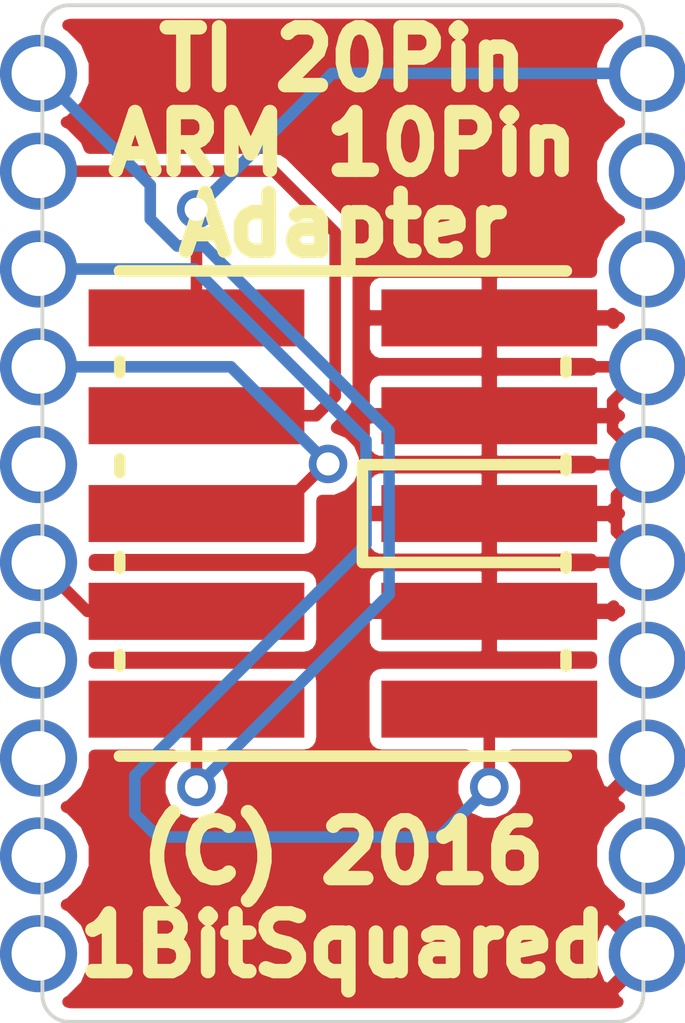
<source format=kicad_pcb>
(kicad_pcb (version 4) (host pcbnew 4.0.2+e4-6225~38~ubuntu14.04.1-stable)

  (general
    (links 14)
    (no_connects 2)
    (area 144.941667 91.425 155.058334 108.425)
    (thickness 1.6)
    (drawings 12)
    (tracks 57)
    (zones 0)
    (modules 2)
    (nets 17)
  )

  (page A4)
  (layers
    (0 F.Cu signal)
    (31 B.Cu signal)
    (32 B.Adhes user)
    (33 F.Adhes user)
    (34 B.Paste user)
    (35 F.Paste user)
    (36 B.SilkS user)
    (37 F.SilkS user)
    (38 B.Mask user)
    (39 F.Mask user)
    (40 Dwgs.User user)
    (41 Cmts.User user)
    (42 Eco1.User user)
    (43 Eco2.User user)
    (44 Edge.Cuts user)
    (45 Margin user)
    (46 B.CrtYd user)
    (47 F.CrtYd user)
    (48 B.Fab user)
    (49 F.Fab user)
  )

  (setup
    (last_trace_width 0.15)
    (trace_clearance 0.15)
    (zone_clearance 0.15)
    (zone_45_only no)
    (trace_min 0.15)
    (segment_width 0.05)
    (edge_width 0.05)
    (via_size 0.5)
    (via_drill 0.3)
    (via_min_size 0.5)
    (via_min_drill 0.3)
    (uvia_size 0.3)
    (uvia_drill 0.1)
    (uvias_allowed no)
    (uvia_min_size 0.2)
    (uvia_min_drill 0.1)
    (pcb_text_width 0.3)
    (pcb_text_size 1.5 1.5)
    (mod_edge_width 0.15)
    (mod_text_size 1 1)
    (mod_text_width 0.15)
    (pad_size 1.524 1.524)
    (pad_drill 0.762)
    (pad_to_mask_clearance 0.05)
    (aux_axis_origin 0 0)
    (visible_elements FFFFFF7F)
    (pcbplotparams
      (layerselection 0x00030_80000001)
      (usegerberextensions false)
      (excludeedgelayer true)
      (linewidth 0.100000)
      (plotframeref false)
      (viasonmask false)
      (mode 1)
      (useauxorigin false)
      (hpglpennumber 1)
      (hpglpenspeed 20)
      (hpglpendiameter 15)
      (hpglpenoverlay 2)
      (psnegative false)
      (psa4output false)
      (plotreference true)
      (plotvalue true)
      (plotinvisibletext false)
      (padsonsilk false)
      (subtractmaskfromsilk false)
      (outputformat 1)
      (mirror false)
      (drillshape 1)
      (scaleselection 1)
      (outputdirectory ""))
  )

  (net 0 "")
  (net 1 /TMS)
  (net 2 /TDI)
  (net 3 /VREF)
  (net 4 /TDO)
  (net 5 GND)
  (net 6 /TCK)
  (net 7 /~RST)
  (net 8 /~TRST)
  (net 9 /EMU1)
  (net 10 /EMU3)
  (net 11 /TDIS/GND)
  (net 12 /KEY)
  (net 13 /RTCK)
  (net 14 /EMU0)
  (net 15 /EMU2)
  (net 16 /EMU4)

  (net_class Default "This is the default net class."
    (clearance 0.15)
    (trace_width 0.15)
    (via_dia 0.5)
    (via_drill 0.3)
    (uvia_dia 0.3)
    (uvia_drill 0.1)
    (add_net /EMU0)
    (add_net /EMU1)
    (add_net /EMU2)
    (add_net /EMU3)
    (add_net /EMU4)
    (add_net /KEY)
    (add_net /RTCK)
    (add_net /TCK)
    (add_net /TDI)
    (add_net /TDIS/GND)
    (add_net /TDO)
    (add_net /TMS)
    (add_net /VREF)
    (add_net /~RST)
    (add_net /~TRST)
    (add_net GND)
  )

  (module pkl_misc:ti_20pin_50mil_jtag_smd (layer F.Cu) (tedit 5785EE9C) (tstamp 5785EA96)
    (at 150 100)
    (path /57858C7E)
    (fp_text reference P1 (at 0 7.5) (layer F.Fab) hide
      (effects (font (size 1 1) (thickness 0.15)))
    )
    (fp_text value CONN_02X10 (at 0 -7.5) (layer F.Fab) hide
      (effects (font (size 1 1) (thickness 0.15)))
    )
    (fp_line (start -3.95 6.35) (end -3.95 -6.35) (layer F.Fab) (width 0.1))
    (fp_line (start 3.95 -6.35) (end 3.95 6.35) (layer F.Fab) (width 0.1))
    (fp_line (start 4.05 6.35) (end -4.05 6.35) (layer F.Fab) (width 0.2))
    (fp_line (start -4.05 -6.35) (end 4.05 -6.35) (layer F.Fab) (width 0.2))
    (fp_line (start 4.05 6.35) (end 4.05 -6.35) (layer F.Fab) (width 0.2))
    (fp_line (start -4.05 -6.35) (end -4.05 6.35) (layer F.Fab) (width 0.2))
    (fp_line (start -1.25 6.35) (end -1.25 -6.35) (layer F.Fab) (width 0.2))
    (fp_line (start 1.25 -6.35) (end 1.25 6.35) (layer F.Fab) (width 0.2))
    (pad 1 thru_hole circle (at -3.95 -5.715) (size 1 1) (drill 0.7) (layers *.Cu *.Mask)
      (net 1 /TMS))
    (pad 2 thru_hole circle (at 3.95 -5.715) (size 1 1) (drill 0.7) (layers *.Cu *.Mask)
      (net 8 /~TRST))
    (pad 3 thru_hole circle (at -3.95 -4.445) (size 1 1) (drill 0.7) (layers *.Cu *.Mask)
      (net 2 /TDI))
    (pad 4 thru_hole circle (at 3.95 -4.445) (size 1 1) (drill 0.7) (layers *.Cu *.Mask)
      (net 11 /TDIS/GND))
    (pad 5 thru_hole circle (at -3.95 -3.175) (size 1 1) (drill 0.7) (layers *.Cu *.Mask)
      (net 3 /VREF))
    (pad 6 thru_hole circle (at 3.95 -3.175) (size 1 1) (drill 0.7) (layers *.Cu *.Mask)
      (net 12 /KEY))
    (pad 7 thru_hole circle (at -3.95 -1.905) (size 1 1) (drill 0.7) (layers *.Cu *.Mask)
      (net 4 /TDO))
    (pad 8 thru_hole circle (at 3.95 -1.905) (size 1 1) (drill 0.7) (layers *.Cu *.Mask)
      (net 5 GND))
    (pad 9 thru_hole circle (at -3.95 -0.635) (size 1 1) (drill 0.7) (layers *.Cu *.Mask)
      (net 13 /RTCK))
    (pad 10 thru_hole circle (at 3.95 -0.635) (size 1 1) (drill 0.7) (layers *.Cu *.Mask)
      (net 5 GND))
    (pad 11 thru_hole circle (at -3.95 0.635) (size 1 1) (drill 0.7) (layers *.Cu *.Mask)
      (net 6 /TCK))
    (pad 12 thru_hole circle (at 3.95 0.635) (size 1 1) (drill 0.7) (layers *.Cu *.Mask)
      (net 5 GND))
    (pad 13 thru_hole circle (at -3.95 1.905) (size 1 1) (drill 0.7) (layers *.Cu *.Mask)
      (net 14 /EMU0))
    (pad 14 thru_hole circle (at 3.95 1.905) (size 1 1) (drill 0.7) (layers *.Cu *.Mask)
      (net 9 /EMU1))
    (pad 15 thru_hole circle (at -3.95 3.175) (size 1 1) (drill 0.7) (layers *.Cu *.Mask)
      (net 7 /~RST))
    (pad 16 thru_hole circle (at 3.95 3.175) (size 1 1) (drill 0.7) (layers *.Cu *.Mask)
      (net 5 GND))
    (pad 17 thru_hole circle (at -3.95 4.445) (size 1 1) (drill 0.7) (layers *.Cu *.Mask)
      (net 15 /EMU2))
    (pad 18 thru_hole circle (at 3.95 4.445) (size 1 1) (drill 0.7) (layers *.Cu *.Mask)
      (net 10 /EMU3))
    (pad 19 thru_hole circle (at -3.95 5.715) (size 1 1) (drill 0.7) (layers *.Cu *.Mask)
      (net 16 /EMU4))
    (pad 20 thru_hole circle (at 3.95 5.715) (size 1 1) (drill 0.7) (layers *.Cu *.Mask)
      (net 5 GND))
  )

  (module pkl_samtec:FTSH-105-XX-X-DV (layer F.Cu) (tedit 5785EE99) (tstamp 5785EAB5)
    (at 150 100 270)
    (path /5785F757)
    (fp_text reference X1 (at -4.1 0 360) (layer F.Fab) hide
      (effects (font (size 1 1) (thickness 0.15)))
    )
    (fp_text value JTAG-10 (at 4.2 0 360) (layer F.Fab) hide
      (effects (font (size 1 1) (thickness 0.15)))
    )
    (fp_line (start -3.3 -3.05) (end 3.3 -3.05) (layer F.CrtYd) (width 0.05))
    (fp_line (start -3.3 3.05) (end -3.3 -3.05) (layer F.CrtYd) (width 0.05))
    (fp_line (start 3.3 3.05) (end -3.3 3.05) (layer F.CrtYd) (width 0.05))
    (fp_line (start 3.3 -3.05) (end 3.3 3.05) (layer F.CrtYd) (width 0.05))
    (fp_line (start -0.635 -0.254) (end -0.635 -2.794) (layer F.SilkS) (width 0.15))
    (fp_line (start 0.635 -0.254) (end -0.635 -0.254) (layer F.SilkS) (width 0.15))
    (fp_line (start 0.635 -2.794) (end 0.635 -0.254) (layer F.SilkS) (width 0.15))
    (fp_line (start 1.8288 2.8956) (end 1.9812 2.8956) (layer F.SilkS) (width 0.15))
    (fp_line (start 0.5588 2.8956) (end 0.7112 2.8956) (layer F.SilkS) (width 0.15))
    (fp_line (start -0.7112 2.8956) (end -0.5334 2.8956) (layer F.SilkS) (width 0.15))
    (fp_line (start -1.9812 2.8956) (end -1.8288 2.8956) (layer F.SilkS) (width 0.15))
    (fp_line (start -1.8288 -2.8956) (end -1.9812 -2.8956) (layer F.SilkS) (width 0.15))
    (fp_line (start -0.5588 -2.8956) (end -0.7112 -2.8956) (layer F.SilkS) (width 0.15))
    (fp_line (start 0.7112 -2.8956) (end 0.5588 -2.8956) (layer F.SilkS) (width 0.15))
    (fp_line (start 1.9812 -2.8956) (end 1.8288 -2.8956) (layer F.SilkS) (width 0.15))
    (fp_line (start 3.15 2.9) (end 3.15 -2.9) (layer F.SilkS) (width 0.15))
    (fp_line (start -3.15 2.9) (end -3.15 -2.9) (layer F.SilkS) (width 0.15))
    (pad 1 smd rect (at 2.54 -1.9 90) (size 0.74 2.8) (layers F.Cu F.Paste F.Mask)
      (net 3 /VREF))
    (pad 2 smd rect (at 2.54 1.9 90) (size 0.74 2.8) (layers F.Cu F.Paste F.Mask)
      (net 1 /TMS))
    (pad 3 smd rect (at 1.27 -1.9 90) (size 0.74 2.8) (layers F.Cu F.Paste F.Mask)
      (net 5 GND))
    (pad 4 smd rect (at 1.27 1.9 90) (size 0.74 2.8) (layers F.Cu F.Paste F.Mask)
      (net 6 /TCK))
    (pad 5 smd rect (at 0 -1.9 90) (size 0.74 2.8) (layers F.Cu F.Paste F.Mask)
      (net 5 GND))
    (pad 6 smd rect (at 0 1.9 90) (size 0.74 2.8) (layers F.Cu F.Paste F.Mask)
      (net 4 /TDO))
    (pad 7 smd rect (at -1.27 -1.9 90) (size 0.74 2.8) (layers F.Cu F.Paste F.Mask)
      (net 5 GND))
    (pad 8 smd rect (at -1.27 1.9 90) (size 0.74 2.8) (layers F.Cu F.Paste F.Mask)
      (net 2 /TDI))
    (pad 9 smd rect (at -2.54 -1.9 90) (size 0.74 2.8) (layers F.Cu F.Paste F.Mask)
      (net 5 GND))
    (pad 10 smd rect (at -2.54 1.9 90) (size 0.74 2.8) (layers F.Cu F.Paste F.Mask)
      (net 8 /~TRST))
    (model walter/conn_ftsh/FTSH-105-01-L-DV.wrl
      (at (xyz 0 0 0))
      (scale (xyz 1 1 1))
      (rotate (xyz 0 0 0))
    )
  )

  (gr_text "(C) 2016\n1BitSquared" (at 150 105) (layer F.SilkS) (tstamp 5785FE3B)
    (effects (font (size 0.75 0.75) (thickness 0.1875)))
  )
  (gr_text Adapter (at 150 96.25) (layer F.SilkS) (tstamp 5785FE36)
    (effects (font (size 0.75 0.75) (thickness 0.1875)))
  )
  (gr_text "ARM 10Pin" (at 150 95.2) (layer F.SilkS) (tstamp 5785FE33)
    (effects (font (size 0.75 0.75) (thickness 0.1875)))
  )
  (gr_text "TI 20Pin" (at 150 94.1) (layer F.SilkS)
    (effects (font (size 0.75 0.75) (thickness 0.1875)))
  )
  (gr_line (start 146.45 106.6) (end 153.55 106.6) (layer Edge.Cuts) (width 0.05))
  (gr_line (start 146.45 93.4) (end 153.55 93.4) (layer Edge.Cuts) (width 0.05))
  (gr_arc (start 153.55 93.75) (end 153.55 93.4) (angle 90) (layer Edge.Cuts) (width 0.05))
  (gr_arc (start 146.45 93.75) (end 146.1 93.75) (angle 90) (layer Edge.Cuts) (width 0.05))
  (gr_arc (start 153.55 106.25) (end 153.9 106.25) (angle 90) (layer Edge.Cuts) (width 0.05))
  (gr_line (start 153.9 106.25) (end 153.9 93.75) (layer Edge.Cuts) (width 0.05))
  (gr_arc (start 146.45 106.25) (end 146.45 106.6) (angle 90) (layer Edge.Cuts) (width 0.05))
  (gr_line (start 146.1 93.75) (end 146.1 106.25) (layer Edge.Cuts) (width 0.05))

  (segment (start 146.549999 94.784999) (end 146.05 94.285) (width 0.15) (layer B.Cu) (net 1))
  (segment (start 150.600011 98.925732) (end 148.199268 96.524989) (width 0.15) (layer B.Cu) (net 1))
  (segment (start 148.1 103.55) (end 150.600011 101.049989) (width 0.15) (layer B.Cu) (net 1))
  (segment (start 150.600011 101.049989) (end 150.600011 98.925732) (width 0.15) (layer B.Cu) (net 1))
  (segment (start 147.5 96.175722) (end 147.5 95.735) (width 0.15) (layer B.Cu) (net 1))
  (segment (start 148.199268 96.524989) (end 147.849267 96.524989) (width 0.15) (layer B.Cu) (net 1))
  (segment (start 147.5 95.735) (end 146.549999 94.784999) (width 0.15) (layer B.Cu) (net 1))
  (segment (start 147.849267 96.524989) (end 147.5 96.175722) (width 0.15) (layer B.Cu) (net 1))
  (segment (start 148.1 102.54) (end 148.1 103.55) (width 0.15) (layer F.Cu) (net 1))
  (via (at 148.1 103.55) (size 0.5) (drill 0.3) (layers F.Cu B.Cu) (net 1))
  (segment (start 148.1 98.73) (end 149.65 98.73) (width 0.15) (layer F.Cu) (net 2))
  (segment (start 149.65 98.73) (end 149.9 98.48) (width 0.15) (layer F.Cu) (net 2))
  (segment (start 149.9 98.48) (end 149.9 96.35) (width 0.15) (layer F.Cu) (net 2))
  (segment (start 149.9 96.35) (end 149.105 95.555) (width 0.15) (layer F.Cu) (net 2))
  (segment (start 149.105 95.555) (end 146.757106 95.555) (width 0.15) (layer F.Cu) (net 2))
  (segment (start 146.757106 95.555) (end 146.05 95.555) (width 0.15) (layer F.Cu) (net 2))
  (segment (start 151.9 103.55) (end 151.25 104.2) (width 0.15) (layer B.Cu) (net 3))
  (segment (start 151.25 104.2) (end 147.6 104.2) (width 0.15) (layer B.Cu) (net 3))
  (segment (start 147.6 104.2) (end 147.3 103.9) (width 0.15) (layer B.Cu) (net 3))
  (segment (start 150.3 99.05) (end 148.075 96.825) (width 0.15) (layer B.Cu) (net 3))
  (segment (start 147.3 103.9) (end 147.3 103.4) (width 0.15) (layer B.Cu) (net 3))
  (segment (start 147.3 103.4) (end 150.3 100.4) (width 0.15) (layer B.Cu) (net 3))
  (segment (start 150.3 100.4) (end 150.3 99.05) (width 0.15) (layer B.Cu) (net 3))
  (segment (start 148.075 96.825) (end 146.05 96.825) (width 0.15) (layer B.Cu) (net 3))
  (segment (start 151.9 102.54) (end 151.9 103.55) (width 0.15) (layer F.Cu) (net 3))
  (via (at 151.9 103.55) (size 0.5) (drill 0.3) (layers F.Cu B.Cu) (net 3))
  (segment (start 149.557302 99.106085) (end 149.807301 99.356084) (width 0.15) (layer B.Cu) (net 4))
  (segment (start 148.546217 98.095) (end 149.557302 99.106085) (width 0.15) (layer B.Cu) (net 4))
  (segment (start 146.05 98.095) (end 148.546217 98.095) (width 0.15) (layer B.Cu) (net 4))
  (segment (start 149.773916 99.356084) (end 149.807301 99.356084) (width 0.15) (layer F.Cu) (net 4))
  (segment (start 149.13 100) (end 149.773916 99.356084) (width 0.15) (layer F.Cu) (net 4))
  (segment (start 148.1 100) (end 149.13 100) (width 0.15) (layer F.Cu) (net 4))
  (via (at 149.807301 99.356084) (size 0.5) (drill 0.3) (layers F.Cu B.Cu) (net 4))
  (segment (start 153.95 98.095) (end 153.5 98.545) (width 0.15) (layer F.Cu) (net 5))
  (segment (start 153.5 98.545) (end 153.5 98.915) (width 0.15) (layer F.Cu) (net 5))
  (segment (start 153.5 98.915) (end 153.95 99.365) (width 0.15) (layer F.Cu) (net 5))
  (segment (start 153.95 99.365) (end 153.55 99.765) (width 0.15) (layer F.Cu) (net 5))
  (segment (start 153.55 99.765) (end 153.55 100.235) (width 0.15) (layer F.Cu) (net 5))
  (segment (start 153.55 100.235) (end 153.95 100.635) (width 0.15) (layer F.Cu) (net 5))
  (segment (start 153.95 100.635) (end 152.015 100.635) (width 0.15) (layer F.Cu) (net 5))
  (segment (start 152.015 100.635) (end 151.9 100.52) (width 0.15) (layer F.Cu) (net 5))
  (segment (start 151.9 100.52) (end 151.9 100) (width 0.15) (layer F.Cu) (net 5))
  (segment (start 153.95 99.365) (end 152.015 99.365) (width 0.15) (layer F.Cu) (net 5))
  (segment (start 152.015 99.365) (end 151.9 99.25) (width 0.15) (layer F.Cu) (net 5))
  (segment (start 151.9 99.25) (end 151.9 98.73) (width 0.15) (layer F.Cu) (net 5))
  (segment (start 153.95 98.095) (end 152.015 98.095) (width 0.15) (layer F.Cu) (net 5))
  (segment (start 152.015 98.095) (end 151.9 97.98) (width 0.15) (layer F.Cu) (net 5))
  (segment (start 151.9 97.98) (end 151.9 97.46) (width 0.15) (layer F.Cu) (net 5))
  (segment (start 148.1 101.27) (end 146.685 101.27) (width 0.15) (layer F.Cu) (net 6))
  (segment (start 146.685 101.27) (end 146.549999 101.134999) (width 0.15) (layer F.Cu) (net 6))
  (segment (start 146.549999 101.134999) (end 146.05 100.635) (width 0.15) (layer F.Cu) (net 6))
  (segment (start 148.345656 95.79997) (end 148.095657 96.049969) (width 0.15) (layer B.Cu) (net 8))
  (segment (start 153.95 94.285) (end 149.860626 94.285) (width 0.15) (layer B.Cu) (net 8))
  (segment (start 148.1 96.054312) (end 148.095657 96.049969) (width 0.15) (layer F.Cu) (net 8))
  (via (at 148.095657 96.049969) (size 0.5) (drill 0.3) (layers F.Cu B.Cu) (net 8))
  (segment (start 149.860626 94.285) (end 148.345656 95.79997) (width 0.15) (layer B.Cu) (net 8))
  (segment (start 148.1 97.46) (end 148.1 96.054312) (width 0.15) (layer F.Cu) (net 8))

  (zone (net 5) (net_name GND) (layer F.Cu) (tstamp 0) (hatch edge 0.508)
    (connect_pads (clearance 0.15))
    (min_thickness 0.15)
    (fill yes (arc_segments 16) (thermal_gap 0.15) (thermal_bridge_width 0.2))
    (polygon
      (pts
        (xy 146.1 93.4) (xy 153.9 93.4) (xy 153.9 106.6) (xy 146.1 106.6)
      )
    )
    (filled_polygon
      (pts
        (xy 153.567853 93.658448) (xy 153.539857 93.670016) (xy 153.335733 93.873784) (xy 153.225126 94.140156) (xy 153.224874 94.428579)
        (xy 153.335016 94.695143) (xy 153.538784 94.899267) (xy 153.588508 94.919914) (xy 153.539857 94.940016) (xy 153.335733 95.143784)
        (xy 153.225126 95.410156) (xy 153.224874 95.698579) (xy 153.335016 95.965143) (xy 153.538784 96.169267) (xy 153.588508 96.189914)
        (xy 153.539857 96.210016) (xy 153.335733 96.413784) (xy 153.225126 96.680156) (xy 153.224964 96.865) (xy 151.98125 96.865)
        (xy 151.925 96.92125) (xy 151.925 97.435) (xy 153.46875 97.435) (xy 153.501666 97.402084) (xy 153.538784 97.439267)
        (xy 153.587949 97.459682) (xy 153.542673 97.478148) (xy 153.53598 97.482619) (xy 153.514243 97.530493) (xy 153.46875 97.485)
        (xy 151.925 97.485) (xy 151.925 97.99875) (xy 151.98125 98.055) (xy 153.225207 98.055) (xy 153.224771 98.135)
        (xy 151.98125 98.135) (xy 151.925 98.19125) (xy 151.925 98.705) (xy 153.46875 98.705) (xy 153.514243 98.659507)
        (xy 153.53598 98.707381) (xy 153.588483 98.729464) (xy 153.542673 98.748148) (xy 153.53598 98.752619) (xy 153.514243 98.800493)
        (xy 153.46875 98.755) (xy 151.925 98.755) (xy 151.925 99.26875) (xy 151.98125 99.325) (xy 153.225207 99.325)
        (xy 153.224771 99.405) (xy 151.98125 99.405) (xy 151.925 99.46125) (xy 151.925 99.975) (xy 153.46875 99.975)
        (xy 153.514243 99.929507) (xy 153.53598 99.977381) (xy 153.588483 99.999464) (xy 153.542673 100.018148) (xy 153.53598 100.022619)
        (xy 153.514243 100.070493) (xy 153.46875 100.025) (xy 151.925 100.025) (xy 151.925 100.53875) (xy 151.98125 100.595)
        (xy 153.225207 100.595) (xy 153.224771 100.675) (xy 151.98125 100.675) (xy 151.925 100.73125) (xy 151.925 101.245)
        (xy 153.46875 101.245) (xy 153.514243 101.199507) (xy 153.53598 101.247381) (xy 153.589035 101.269696) (xy 153.539857 101.290016)
        (xy 153.501778 101.328028) (xy 153.46875 101.295) (xy 151.925 101.295) (xy 151.925 101.80875) (xy 151.98125 101.865)
        (xy 153.225034 101.865) (xy 153.224968 101.940592) (xy 150.5 101.940592) (xy 150.41662 101.956281) (xy 150.34004 102.005559)
        (xy 150.288666 102.080747) (xy 150.270592 102.17) (xy 150.270592 102.91) (xy 150.286281 102.99338) (xy 150.335559 103.06996)
        (xy 150.410747 103.121334) (xy 150.5 103.139408) (xy 151.6 103.139408) (xy 151.6 103.178311) (xy 151.497549 103.280583)
        (xy 151.425082 103.455102) (xy 151.424918 103.644069) (xy 151.49708 103.818714) (xy 151.630583 103.952451) (xy 151.805102 104.024918)
        (xy 151.994069 104.025082) (xy 152.168714 103.95292) (xy 152.302451 103.819417) (xy 152.374918 103.644898) (xy 152.375082 103.455931)
        (xy 152.30292 103.281286) (xy 152.2 103.178186) (xy 152.2 103.139408) (xy 153.225183 103.139408) (xy 153.224226 103.315263)
        (xy 153.333148 103.582327) (xy 153.337619 103.58902) (xy 153.449725 103.63992) (xy 153.65 103.439645) (xy 153.65 103.510355)
        (xy 153.48508 103.675275) (xy 153.53598 103.787381) (xy 153.589035 103.809696) (xy 153.539857 103.830016) (xy 153.335733 104.033784)
        (xy 153.225126 104.300156) (xy 153.224874 104.588579) (xy 153.335016 104.855143) (xy 153.538784 105.059267) (xy 153.587949 105.079682)
        (xy 153.542673 105.098148) (xy 153.53598 105.102619) (xy 153.48508 105.214725) (xy 153.65 105.379645) (xy 153.65 105.450355)
        (xy 153.449725 105.25008) (xy 153.337619 105.30098) (xy 153.225795 105.566844) (xy 153.224226 105.855263) (xy 153.333148 106.122327)
        (xy 153.337619 106.12902) (xy 153.449725 106.17992) (xy 153.65 105.979645) (xy 153.65 106.050355) (xy 153.48508 106.215275)
        (xy 153.53598 106.327381) (xy 153.569087 106.341306) (xy 153.525379 106.35) (xy 146.474621 106.35) (xy 146.432147 106.341552)
        (xy 146.460143 106.329984) (xy 146.664267 106.126216) (xy 146.774874 105.859844) (xy 146.775126 105.571421) (xy 146.664984 105.304857)
        (xy 146.461216 105.100733) (xy 146.411492 105.080086) (xy 146.460143 105.059984) (xy 146.664267 104.856216) (xy 146.774874 104.589844)
        (xy 146.775126 104.301421) (xy 146.664984 104.034857) (xy 146.461216 103.830733) (xy 146.411492 103.810086) (xy 146.460143 103.789984)
        (xy 146.664267 103.586216) (xy 146.774874 103.319844) (xy 146.775032 103.139408) (xy 147.8 103.139408) (xy 147.8 103.178311)
        (xy 147.697549 103.280583) (xy 147.625082 103.455102) (xy 147.624918 103.644069) (xy 147.69708 103.818714) (xy 147.830583 103.952451)
        (xy 148.005102 104.024918) (xy 148.194069 104.025082) (xy 148.368714 103.95292) (xy 148.502451 103.819417) (xy 148.574918 103.644898)
        (xy 148.575082 103.455931) (xy 148.50292 103.281286) (xy 148.4 103.178186) (xy 148.4 103.139408) (xy 149.5 103.139408)
        (xy 149.58338 103.123719) (xy 149.65996 103.074441) (xy 149.711334 102.999253) (xy 149.729408 102.91) (xy 149.729408 102.17)
        (xy 149.713719 102.08662) (xy 149.664441 102.01004) (xy 149.589253 101.958666) (xy 149.5 101.940592) (xy 146.774969 101.940592)
        (xy 146.775032 101.869408) (xy 149.5 101.869408) (xy 149.58338 101.853719) (xy 149.65996 101.804441) (xy 149.711334 101.729253)
        (xy 149.729408 101.64) (xy 149.729408 101.35125) (xy 150.275 101.35125) (xy 150.275 101.684755) (xy 150.309254 101.767452)
        (xy 150.372548 101.830746) (xy 150.455244 101.865) (xy 151.81875 101.865) (xy 151.875 101.80875) (xy 151.875 101.295)
        (xy 150.33125 101.295) (xy 150.275 101.35125) (xy 149.729408 101.35125) (xy 149.729408 100.9) (xy 149.720987 100.855245)
        (xy 150.275 100.855245) (xy 150.275 101.18875) (xy 150.33125 101.245) (xy 151.875 101.245) (xy 151.875 100.73125)
        (xy 151.81875 100.675) (xy 150.455244 100.675) (xy 150.372548 100.709254) (xy 150.309254 100.772548) (xy 150.275 100.855245)
        (xy 149.720987 100.855245) (xy 149.713719 100.81662) (xy 149.664441 100.74004) (xy 149.589253 100.688666) (xy 149.5 100.670592)
        (xy 146.774969 100.670592) (xy 146.775032 100.599408) (xy 149.5 100.599408) (xy 149.58338 100.583719) (xy 149.65996 100.534441)
        (xy 149.711334 100.459253) (xy 149.729408 100.37) (xy 149.729408 100.08125) (xy 150.275 100.08125) (xy 150.275 100.414755)
        (xy 150.309254 100.497452) (xy 150.372548 100.560746) (xy 150.455244 100.595) (xy 151.81875 100.595) (xy 151.875 100.53875)
        (xy 151.875 100.025) (xy 150.33125 100.025) (xy 150.275 100.08125) (xy 149.729408 100.08125) (xy 149.729408 99.831017)
        (xy 149.90137 99.831166) (xy 150.076015 99.759004) (xy 150.209752 99.625501) (xy 150.226467 99.585245) (xy 150.275 99.585245)
        (xy 150.275 99.91875) (xy 150.33125 99.975) (xy 151.875 99.975) (xy 151.875 99.46125) (xy 151.81875 99.405)
        (xy 150.455244 99.405) (xy 150.372548 99.439254) (xy 150.309254 99.502548) (xy 150.275 99.585245) (xy 150.226467 99.585245)
        (xy 150.282219 99.450982) (xy 150.282383 99.262015) (xy 150.210221 99.08737) (xy 150.076718 98.953633) (xy 149.916966 98.887298)
        (xy 149.993014 98.81125) (xy 150.275 98.81125) (xy 150.275 99.144755) (xy 150.309254 99.227452) (xy 150.372548 99.290746)
        (xy 150.455244 99.325) (xy 151.81875 99.325) (xy 151.875 99.26875) (xy 151.875 98.755) (xy 150.33125 98.755)
        (xy 150.275 98.81125) (xy 149.993014 98.81125) (xy 150.112132 98.692132) (xy 150.177164 98.594805) (xy 150.2 98.48)
        (xy 150.2 98.315245) (xy 150.275 98.315245) (xy 150.275 98.64875) (xy 150.33125 98.705) (xy 151.875 98.705)
        (xy 151.875 98.19125) (xy 151.81875 98.135) (xy 150.455244 98.135) (xy 150.372548 98.169254) (xy 150.309254 98.232548)
        (xy 150.275 98.315245) (xy 150.2 98.315245) (xy 150.2 97.54125) (xy 150.275 97.54125) (xy 150.275 97.874755)
        (xy 150.309254 97.957452) (xy 150.372548 98.020746) (xy 150.455244 98.055) (xy 151.81875 98.055) (xy 151.875 97.99875)
        (xy 151.875 97.485) (xy 150.33125 97.485) (xy 150.275 97.54125) (xy 150.2 97.54125) (xy 150.2 97.045245)
        (xy 150.275 97.045245) (xy 150.275 97.37875) (xy 150.33125 97.435) (xy 151.875 97.435) (xy 151.875 96.92125)
        (xy 151.81875 96.865) (xy 150.455244 96.865) (xy 150.372548 96.899254) (xy 150.309254 96.962548) (xy 150.275 97.045245)
        (xy 150.2 97.045245) (xy 150.2 96.35) (xy 150.177164 96.235195) (xy 150.112132 96.137868) (xy 149.317132 95.342868)
        (xy 149.219805 95.277836) (xy 149.105 95.255) (xy 146.710494 95.255) (xy 146.664984 95.144857) (xy 146.461216 94.940733)
        (xy 146.411492 94.920086) (xy 146.460143 94.899984) (xy 146.664267 94.696216) (xy 146.774874 94.429844) (xy 146.775126 94.141421)
        (xy 146.664984 93.874857) (xy 146.461216 93.670733) (xy 146.431798 93.658518) (xy 146.474621 93.65) (xy 153.525379 93.65)
      )
    )
  )
)

</source>
